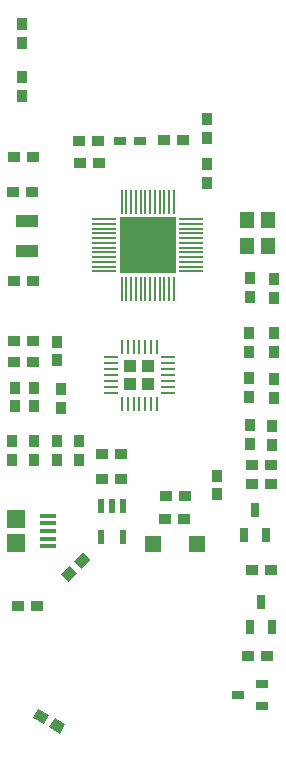
<source format=gbr>
G04 EAGLE Gerber RS-274X export*
G75*
%MOMM*%
%FSLAX34Y34*%
%LPD*%
%INSolderpaste Top*%
%IPPOS*%
%AMOC8*
5,1,8,0,0,1.08239X$1,22.5*%
G01*
%ADD10R,1.050000X0.900000*%
%ADD11R,1.400000X1.400000*%
%ADD12R,0.550000X1.200000*%
%ADD13R,1.016000X0.635000*%
%ADD14R,0.650000X1.250000*%
%ADD15R,0.900000X1.050000*%
%ADD16R,0.270000X1.150000*%
%ADD17R,1.150000X0.270000*%
%ADD18R,1.016000X1.016000*%
%ADD19R,2.000000X0.200000*%
%ADD20R,0.200000X2.000000*%
%ADD21R,4.700000X4.700000*%
%ADD22R,1.900000X1.100000*%
%ADD23R,1.200000X1.400000*%
%ADD24R,1.350000X0.400000*%
%ADD25R,1.550000X1.500000*%
%ADD26R,1.100000X0.750000*%


D10*
G36*
X51232Y-12978D02*
X60324Y-18228D01*
X55824Y-26022D01*
X46732Y-20772D01*
X51232Y-12978D01*
G37*
G36*
X37376Y-4978D02*
X46468Y-10228D01*
X41968Y-18022D01*
X32876Y-12772D01*
X37376Y-4978D01*
G37*
G36*
X70237Y109873D02*
X62813Y102449D01*
X56449Y108813D01*
X63873Y116237D01*
X70237Y109873D01*
G37*
G36*
X81551Y121187D02*
X74127Y113763D01*
X67763Y120127D01*
X75187Y127551D01*
X81551Y121187D01*
G37*
X218570Y112640D03*
X234570Y112640D03*
D11*
X171900Y134600D03*
X134900Y134600D03*
D12*
X109500Y166700D03*
X100000Y166700D03*
X90500Y166700D03*
X90500Y140700D03*
X109500Y140700D03*
D13*
X206800Y6800D03*
X226800Y16300D03*
X226800Y-2700D03*
D10*
X234000Y201620D03*
X218000Y201620D03*
X20400Y82400D03*
X36400Y82400D03*
D14*
X211500Y142000D03*
X230500Y142000D03*
X221000Y163000D03*
D10*
X161000Y156000D03*
X145000Y156000D03*
D15*
X15500Y206000D03*
X15500Y222000D03*
X34000Y206000D03*
X34000Y222000D03*
D16*
X108000Y253500D03*
X113000Y253500D03*
X118000Y253500D03*
X123000Y253500D03*
X128000Y253500D03*
X133000Y253500D03*
X138000Y253500D03*
D17*
X147000Y262500D03*
X147000Y267500D03*
X147000Y272500D03*
X147000Y277500D03*
X147000Y282500D03*
X147000Y287500D03*
X147000Y292500D03*
D16*
X138000Y301500D03*
X133000Y301500D03*
X128000Y301500D03*
X123000Y301500D03*
X118000Y301500D03*
X113000Y301500D03*
X108000Y301500D03*
D17*
X99000Y292500D03*
X99000Y287500D03*
X99000Y282500D03*
X99000Y277500D03*
X99000Y272500D03*
X99000Y267500D03*
X99000Y262500D03*
D18*
X115380Y269880D03*
X130620Y269880D03*
X115380Y285120D03*
X130620Y285120D03*
D15*
X53000Y306000D03*
X53000Y290000D03*
X23500Y530000D03*
X23500Y514000D03*
X188500Y176500D03*
X188500Y192500D03*
D10*
X145500Y175500D03*
X161500Y175500D03*
D15*
X24000Y558500D03*
X24000Y574500D03*
D10*
X218000Y185000D03*
X234000Y185000D03*
X32500Y306500D03*
X16500Y306500D03*
D15*
X71500Y221500D03*
X71500Y205500D03*
X57000Y249500D03*
X57000Y265500D03*
X235000Y234500D03*
X235000Y218500D03*
X215500Y259000D03*
X215500Y275000D03*
X217000Y235000D03*
X217000Y219000D03*
D10*
X91000Y211000D03*
X107000Y211000D03*
X91000Y190000D03*
X107000Y190000D03*
D19*
X93000Y409500D03*
X93000Y405500D03*
X93000Y401500D03*
X93000Y397500D03*
X93000Y393500D03*
X93000Y389500D03*
X93000Y385500D03*
X93000Y381500D03*
X93000Y377500D03*
X93000Y373500D03*
X93000Y369500D03*
X93000Y365500D03*
D20*
X108000Y350500D03*
X112000Y350500D03*
X116000Y350500D03*
X120000Y350500D03*
X124000Y350500D03*
X128000Y350500D03*
X132000Y350500D03*
X136000Y350500D03*
X140000Y350500D03*
X144000Y350500D03*
X148000Y350500D03*
X152000Y350500D03*
D19*
X167000Y365500D03*
X167000Y369500D03*
X167000Y373500D03*
X167000Y377500D03*
X167000Y381500D03*
X167000Y385500D03*
X167000Y389500D03*
X167000Y393500D03*
X167000Y397500D03*
X167000Y401500D03*
X167000Y405500D03*
X167000Y409500D03*
D20*
X152000Y424500D03*
X148000Y424500D03*
X144000Y424500D03*
X140000Y424500D03*
X136000Y424500D03*
X132000Y424500D03*
X128000Y424500D03*
X124000Y424500D03*
X120000Y424500D03*
X116000Y424500D03*
X112000Y424500D03*
X108000Y424500D03*
D21*
X130000Y387500D03*
D10*
X32500Y462500D03*
X16500Y462500D03*
X16000Y433000D03*
X32000Y433000D03*
X16500Y357500D03*
X32500Y357500D03*
D15*
X53000Y221500D03*
X53000Y205500D03*
X180500Y494000D03*
X180500Y478000D03*
X180000Y440500D03*
X180000Y456500D03*
X237000Y343000D03*
X237000Y359000D03*
D10*
X159500Y476500D03*
X143500Y476500D03*
D15*
X215500Y297000D03*
X215500Y313000D03*
X216500Y359500D03*
X216500Y343500D03*
X237000Y313500D03*
X237000Y297500D03*
D10*
X33000Y289000D03*
X17000Y289000D03*
X72500Y457000D03*
X88500Y457000D03*
D22*
X27500Y383000D03*
X27500Y408000D03*
D23*
X214500Y409000D03*
X214500Y387000D03*
X231500Y387000D03*
X231500Y409000D03*
D24*
X45480Y158500D03*
X45480Y152000D03*
X45480Y145500D03*
X45480Y139000D03*
X45480Y132500D03*
D25*
X18480Y155500D03*
X18480Y135500D03*
D15*
X237000Y258000D03*
X237000Y274000D03*
D10*
X231000Y40000D03*
X215000Y40000D03*
D14*
X216500Y64500D03*
X235500Y64500D03*
X226000Y85500D03*
D15*
X18000Y251000D03*
X18000Y267000D03*
X34000Y267000D03*
X34000Y251000D03*
D26*
X123500Y476000D03*
X106500Y476000D03*
D10*
X88000Y476000D03*
X72000Y476000D03*
M02*

</source>
